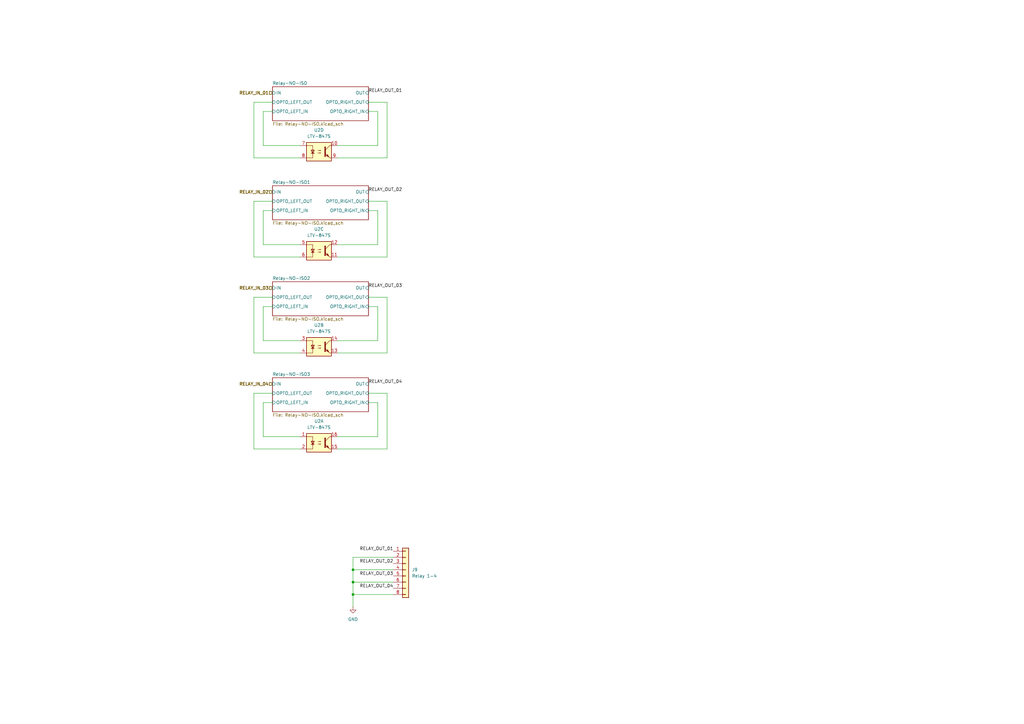
<source format=kicad_sch>
(kicad_sch (version 20231120) (generator "eeschema") (generator_version "8.0")
  (paper "A3")
  (lib_symbols
    (symbol "Connector_Generic:Conn_01x08" (pin_names (offset 1.016) hide)
      (property "Reference" "J" (at 0 10.16 0))
      (property "Value" "Conn_01x08" (at 0 -12.7 0))
      (symbol "Conn_01x08_1_1"
        (rectangle (start -1.27 -10.033) (end 0 -10.287) (stroke (width 0.1524)))
        (rectangle (start -1.27 -7.493) (end 0 -7.747) (stroke (width 0.1524)))
        (rectangle (start -1.27 -4.953) (end 0 -5.207) (stroke (width 0.1524)))
        (rectangle (start -1.27 -2.413) (end 0 -2.667) (stroke (width 0.1524)))
        (rectangle (start -1.27 0.127) (end 0 -0.127) (stroke (width 0.1524)))
        (rectangle (start -1.27 2.667) (end 0 2.413) (stroke (width 0.1524)))
        (rectangle (start -1.27 5.207) (end 0 4.953) (stroke (width 0.1524)))
        (rectangle (start -1.27 7.747) (end 0 7.493) (stroke (width 0.1524)))
        (rectangle (start -1.27 8.89) (end 1.27 -11.43) (stroke (width 0.254)) (fill (type background)))
        (pin passive line (at -5.08 7.62 0) (length 3.81) (name "Pin_1") (number "1"))
        (pin passive line (at -5.08 5.08 0) (length 3.81) (name "Pin_2") (number "2"))
        (pin passive line (at -5.08 2.54 0) (length 3.81) (name "Pin_3") (number "3"))
        (pin passive line (at -5.08 0 0) (length 3.81) (name "Pin_4") (number "4"))
        (pin passive line (at -5.08 -2.54 0) (length 3.81) (name "Pin_5") (number "5"))
        (pin passive line (at -5.08 -5.08 0) (length 3.81) (name "Pin_6") (number "6"))
        (pin passive line (at -5.08 -7.62 0) (length 3.81) (name "Pin_7") (number "7"))
        (pin passive line (at -5.08 -10.16 0) (length 3.81) (name "Pin_8") (number "8"))
      )
    )
    (symbol "Isolator:LTV-847S" (pin_names (offset 1.016))
      (property "Reference" "U" (at -3.81 5.08 0))
      (property "Value" "LTV-847S" (at 0 -5.08 0))
      (symbol "LTV-847S_0_1"
        (rectangle (start -5.08 3.81) (end 5.08 -3.81) (stroke (width 0.254)) (fill (type background)))
        (polyline (pts (xy -3.175 -0.635) (xy -1.905 -0.635)) (stroke (width 0.254)))
        (polyline (pts (xy 2.54 0.635) (xy 4.445 2.54)))
        (polyline (pts (xy 4.445 -2.54) (xy 2.54 -0.635)) (fill (type outline)))
        (polyline (pts (xy 4.445 -2.54) (xy 5.08 -2.54)))
        (polyline (pts (xy 4.445 2.54) (xy 5.08 2.54)))
        (polyline (pts (xy -2.54 -0.635) (xy -2.54 -2.54) (xy -5.08 -2.54)))
        (polyline (pts (xy 2.54 1.905) (xy 2.54 -1.905) (xy 2.54 -1.905)) (stroke (width 0.508)))
        (polyline (pts (xy -5.08 2.54) (xy -2.54 2.54) (xy -2.54 -1.27) (xy -2.54 0.635)))
        (polyline (pts (xy -2.54 -0.635) (xy -3.175 0.635) (xy -1.905 0.635) (xy -2.54 -0.635)) (stroke (width 0.254)))
        (polyline (pts (xy -0.508 -0.508) (xy 0.762 -0.508) (xy 0.381 -0.635) (xy 0.381 -0.381) (xy 0.762 -0.508)))
        (polyline (pts (xy -0.508 0.508) (xy 0.762 0.508) (xy 0.381 0.381) (xy 0.381 0.635) (xy 0.762 0.508)))
        (polyline (pts (xy 3.048 -1.651) (xy 3.556 -1.143) (xy 4.064 -2.159) (xy 3.048 -1.651) (xy 3.048 -1.651)) (fill (type outline)))
      )
      (symbol "LTV-847S_1_1"
        (pin passive line (at -7.62 2.54 0) (length 2.54) (name "~") (number "1"))
        (pin passive line (at 7.62 -2.54 180) (length 2.54) (name "~") (number "15"))
        (pin passive line (at 7.62 2.54 180) (length 2.54) (name "~") (number "16"))
        (pin passive line (at -7.62 -2.54 0) (length 2.54) (name "~") (number "2"))
      )
      (symbol "LTV-847S_2_1"
        (pin passive line (at 7.62 -2.54 180) (length 2.54) (name "~") (number "13"))
        (pin passive line (at 7.62 2.54 180) (length 2.54) (name "~") (number "14"))
        (pin passive line (at -7.62 2.54 0) (length 2.54) (name "~") (number "3"))
        (pin passive line (at -7.62 -2.54 0) (length 2.54) (name "~") (number "4"))
      )
      (symbol "LTV-847S_3_1"
        (pin passive line (at 7.62 -2.54 180) (length 2.54) (name "~") (number "11"))
        (pin passive line (at 7.62 2.54 180) (length 2.54) (name "~") (number "12"))
        (pin passive line (at -7.62 2.54 0) (length 2.54) (name "~") (number "5"))
        (pin passive line (at -7.62 -2.54 0) (length 2.54) (name "~") (number "6"))
      )
      (symbol "LTV-847S_4_1"
        (pin passive line (at 7.62 2.54 180) (length 2.54) (name "~") (number "10"))
        (pin passive line (at -7.62 2.54 0) (length 2.54) (name "~") (number "7"))
        (pin passive line (at -7.62 -2.54 0) (length 2.54) (name "~") (number "8"))
        (pin passive line (at 7.62 -2.54 180) (length 2.54) (name "~") (number "9"))
      )
    )
    (symbol "power:GND" (power) (pin_numbers hide) (pin_names (offset 0) hide)
      (property "Value" "GND" (at 0 -3.81 0))
      (symbol "GND_0_1"
        (polyline (pts (xy 0 0) (xy 0 -1.27) (xy 1.27 -1.27) (xy 0 -2.54) (xy -1.27 -1.27) (xy 0 -1.27)))
      )
      (symbol "GND_1_1"
        (pin power_in line (at 0 0 270) (length 0) (name "~") (number "1"))
      )
    )
  )
  (junction (at 144.78 233.68))
  (junction (at 144.78 238.76))
  (junction (at 144.78 243.84))
  (wire (pts (xy 151.13 161.29) (xy 158.75 161.29)))
  (wire (pts (xy 104.14 64.77) (xy 123.19 64.77)))
  (wire (pts (xy 138.43 100.33) (xy 154.94 100.33)))
  (wire (pts (xy 158.75 144.78) (xy 138.43 144.78)))
  (wire (pts (xy 111.76 161.29) (xy 104.14 161.29)))
  (wire (pts (xy 138.43 179.07) (xy 154.94 179.07)))
  (wire (pts (xy 158.75 161.29) (xy 158.75 184.15)))
  (wire (pts (xy 107.95 86.36) (xy 107.95 100.33)))
  (wire (pts (xy 154.94 139.7) (xy 154.94 125.73)))
  (wire (pts (xy 151.13 41.91) (xy 158.75 41.91)))
  (wire (pts (xy 151.13 82.55) (xy 158.75 82.55)))
  (wire (pts (xy 158.75 64.77) (xy 138.43 64.77)))
  (wire (pts (xy 107.95 139.7) (xy 123.19 139.7)))
  (wire (pts (xy 144.78 238.76) (xy 161.29 238.76)))
  (wire (pts (xy 104.14 184.15) (xy 123.19 184.15)))
  (wire (pts (xy 104.14 82.55) (xy 104.14 105.41)))
  (wire (pts (xy 104.14 41.91) (xy 104.14 64.77)))
  (wire (pts (xy 144.78 228.6) (xy 144.78 233.68)))
  (wire (pts (xy 111.76 41.91) (xy 104.14 41.91)))
  (wire (pts (xy 111.76 125.73) (xy 107.95 125.73)))
  (wire (pts (xy 144.78 233.68) (xy 161.29 233.68)))
  (wire (pts (xy 138.43 139.7) (xy 154.94 139.7)))
  (wire (pts (xy 104.14 121.92) (xy 104.14 144.78)))
  (wire (pts (xy 161.29 228.6) (xy 144.78 228.6)))
  (wire (pts (xy 138.43 59.69) (xy 154.94 59.69)))
  (wire (pts (xy 107.95 45.72) (xy 107.95 59.69)))
  (wire (pts (xy 154.94 179.07) (xy 154.94 165.1)))
  (wire (pts (xy 104.14 161.29) (xy 104.14 184.15)))
  (wire (pts (xy 111.76 165.1) (xy 107.95 165.1)))
  (wire (pts (xy 144.78 238.76) (xy 144.78 243.84)))
  (wire (pts (xy 104.14 105.41) (xy 123.19 105.41)))
  (wire (pts (xy 154.94 59.69) (xy 154.94 45.72)))
  (wire (pts (xy 154.94 45.72) (xy 151.13 45.72)))
  (wire (pts (xy 158.75 82.55) (xy 158.75 105.41)))
  (wire (pts (xy 144.78 233.68) (xy 144.78 238.76)))
  (wire (pts (xy 107.95 179.07) (xy 123.19 179.07)))
  (wire (pts (xy 144.78 243.84) (xy 161.29 243.84)))
  (wire (pts (xy 144.78 243.84) (xy 144.78 248.92)))
  (wire (pts (xy 154.94 100.33) (xy 154.94 86.36)))
  (wire (pts (xy 158.75 121.92) (xy 158.75 144.78)))
  (wire (pts (xy 151.13 121.92) (xy 158.75 121.92)))
  (wire (pts (xy 107.95 165.1) (xy 107.95 179.07)))
  (wire (pts (xy 111.76 82.55) (xy 104.14 82.55)))
  (wire (pts (xy 107.95 125.73) (xy 107.95 139.7)))
  (wire (pts (xy 158.75 41.91) (xy 158.75 64.77)))
  (wire (pts (xy 154.94 86.36) (xy 151.13 86.36)))
  (wire (pts (xy 111.76 121.92) (xy 104.14 121.92)))
  (wire (pts (xy 154.94 125.73) (xy 151.13 125.73)))
  (wire (pts (xy 107.95 100.33) (xy 123.19 100.33)))
  (wire (pts (xy 158.75 184.15) (xy 138.43 184.15)))
  (wire (pts (xy 154.94 165.1) (xy 151.13 165.1)))
  (wire (pts (xy 111.76 45.72) (xy 107.95 45.72)))
  (wire (pts (xy 104.14 144.78) (xy 123.19 144.78)))
  (wire (pts (xy 107.95 59.69) (xy 123.19 59.69)))
  (wire (pts (xy 111.76 86.36) (xy 107.95 86.36)))
  (wire (pts (xy 158.75 105.41) (xy 138.43 105.41)))
  (label "RELAY_OUT_02" (at 151.13 78.74 0))
  (label "RELAY_OUT_01" (at 151.13 38.1 0))
  (label "RELAY_OUT_04" (at 161.29 241.3 180))
  (label "RELAY_OUT_02" (at 161.29 231.14 180))
  (label "RELAY_OUT_03" (at 151.13 118.11 0))
  (label "RELAY_OUT_01" (at 161.29 226.06 180))
  (label "RELAY_OUT_03" (at 161.29 236.22 180))
  (label "RELAY_OUT_04" (at 151.13 157.48 0))
  (hierarchical_label "RELAY_IN_04" (shape input) (at 111.76 157.48 180) (effects (font (bold yes))))
  (hierarchical_label "RELAY_IN_01" (shape input) (at 111.76 38.1 180) (effects (font (bold yes))))
  (hierarchical_label "RELAY_IN_02" (shape input) (at 111.76 78.74 180) (effects (font (bold yes))))
  (hierarchical_label "RELAY_IN_03" (shape input) (at 111.76 118.11 180) (effects (font (bold yes))))
  (symbol (lib_id "Isolator:LTV-847S") (at 130.81 102.87 0) (unit 3)
    (property "Reference" "U2" (at 130.81 93.98 0))
    (property "Value" "LTV-847S" (at 130.81 96.52 0))
    (property "Footprint" "Package_DIP:SMDIP-16_W9.53mm" (effects (hide yes)))
    (property "Datasheet" "http://www.us.liteon.com/downloads/LTV-817-827-847.PDF" (effects (hide yes)))
    (property "Description" "DC Optocoupler, Vce 35V, CTR 50%, SMDIP-16" (effects (hide yes)))
    (instances (project "RS232-Relay" (path "" (reference "U2") (unit 3)) (path "" (reference "U5") (unit 3)) (path "" (reference "U6") (unit 3))))
  )
  (symbol (lib_id "Isolator:LTV-847S") (at 130.81 62.23 0) (unit 4)
    (property "Reference" "U2" (at 130.81 53.34 0))
    (property "Value" "LTV-847S" (at 130.81 55.88 0))
    (property "Footprint" "Package_DIP:SMDIP-16_W9.53mm" (effects (hide yes)))
    (property "Datasheet" "http://www.us.liteon.com/downloads/LTV-817-827-847.PDF" (effects (hide yes)))
    (property "Description" "DC Optocoupler, Vce 35V, CTR 50%, SMDIP-16" (effects (hide yes)))
    (instances (project "RS232-Relay" (path "" (reference "U2") (unit 4)) (path "" (reference "U5") (unit 4)) (path "" (reference "U6") (unit 4))))
  )
  (symbol (lib_id "Connector_Generic:Conn_01x08") (at 166.37 233.68 0) (unit 1)
    (property "Reference" "J9" (at 168.91 233.6799 0) (effects (justify left)))
    (property "Value" "Relay 1-4" (at 168.91 236.2199 0) (effects (justify left)))
    (property "Footprint" "Connector_Phoenix_MSTB:PhoenixContact_MSTBA_2,5_8-G-5,08_1x08_P5.08mm_Horizontal" (effects (hide yes)))
    (property "Description" "Generic connector, single row, 01x08, script generated (kicad-library-utils/schlib/autogen/connector/)" (effects (hide yes)))
    (property "Man PN" "1757307" (effects (hide yes)))
    (instances (project "RS232-Relay" (path "" (reference "J9") (unit 1)) (path "" (reference "J10") (unit 1)) (path "" (reference "J11") (unit 1))))
  )
  (symbol (lib_id "power:GND") (at 144.78 248.92 0) (unit 1)
    (property "Reference" "#PWR066" (effects (hide yes)))
    (property "Value" "GND" (at 144.78 254 0))
    (property "Description" "Power symbol creates a global label with name \"GND\" , ground" (effects (hide yes)))
    (instances (project "RS232-Relay" (path "" (reference "#PWR066") (unit 1)) (path "" (reference "#PWR067") (unit 1)) (path "" (reference "#PWR068") (unit 1))))
  )
  (symbol (lib_id "Isolator:LTV-847S") (at 130.81 181.61 0) (unit 1)
    (property "Reference" "U2" (at 130.81 172.72 0))
    (property "Value" "LTV-847S" (at 130.81 175.26 0))
    (property "Footprint" "Package_DIP:SMDIP-16_W9.53mm" (effects (hide yes)))
    (property "Datasheet" "http://www.us.liteon.com/downloads/LTV-817-827-847.PDF" (effects (hide yes)))
    (property "Description" "DC Optocoupler, Vce 35V, CTR 50%, SMDIP-16" (effects (hide yes)))
    (instances (project "RS232-Relay" (path "" (reference "U2") (unit 1)) (path "" (reference "U5") (unit 1)) (path "" (reference "U6") (unit 1))))
  )
  (symbol (lib_id "Isolator:LTV-847S") (at 130.81 142.24 0) (unit 2)
    (property "Reference" "U2" (at 130.81 133.35 0))
    (property "Value" "LTV-847S" (at 130.81 135.89 0))
    (property "Footprint" "Package_DIP:SMDIP-16_W9.53mm" (effects (hide yes)))
    (property "Datasheet" "http://www.us.liteon.com/downloads/LTV-817-827-847.PDF" (effects (hide yes)))
    (property "Description" "DC Optocoupler, Vce 35V, CTR 50%, SMDIP-16" (effects (hide yes)))
    (instances (project "RS232-Relay" (path "" (reference "U2") (unit 2)) (path "" (reference "U5") (unit 2)) (path "" (reference "U6") (unit 2))))
  )
  (sheet (at 111.76 115.57) (size 39.37 13.97) (stroke (width 0.1524))
    (property "Sheetname" "Relay-NO-ISO2" (at 111.76 114.8584 0) (effects (justify left bottom)))
    (property "Sheetfile" "Relay-NO-ISO.kicad_sch" (at 111.76 130.1246 0) (effects (justify left top)))
    (pin "OUT" input (at 151.13 118.11 0))
    (pin "IN" input (at 111.76 118.11 180))
    (pin "OPTO_RIGHT_OUT" input (at 151.13 121.92 0))
    (pin "OPTO_RIGHT_IN" input (at 151.13 125.73 0))
    (pin "OPTO_LEFT_IN" input (at 111.76 125.73 180))
    (pin "OPTO_LEFT_OUT" input (at 111.76 121.92 180))
  )
  (sheet (at 111.76 76.2) (size 39.37 13.97) (stroke (width 0.1524))
    (property "Sheetname" "Relay-NO-ISO1" (at 111.76 75.4884 0) (effects (justify left bottom)))
    (property "Sheetfile" "Relay-NO-ISO.kicad_sch" (at 111.76 90.7546 0) (effects (justify left top)))
    (pin "OUT" input (at 151.13 78.74 0))
    (pin "IN" input (at 111.76 78.74 180))
    (pin "OPTO_RIGHT_OUT" input (at 151.13 82.55 0))
    (pin "OPTO_RIGHT_IN" input (at 151.13 86.36 0))
    (pin "OPTO_LEFT_IN" input (at 111.76 86.36 180))
    (pin "OPTO_LEFT_OUT" input (at 111.76 82.55 180))
  )
  (sheet (at 111.76 154.94) (size 39.37 13.97) (stroke (width 0.1524))
    (property "Sheetname" "Relay-NO-ISO3" (at 111.76 154.2284 0) (effects (justify left bottom)))
    (property "Sheetfile" "Relay-NO-ISO.kicad_sch" (at 111.76 169.4946 0) (effects (justify left top)))
    (pin "OUT" input (at 151.13 157.48 0))
    (pin "IN" input (at 111.76 157.48 180))
    (pin "OPTO_RIGHT_OUT" input (at 151.13 161.29 0))
    (pin "OPTO_RIGHT_IN" input (at 151.13 165.1 0))
    (pin "OPTO_LEFT_IN" input (at 111.76 165.1 180))
    (pin "OPTO_LEFT_OUT" input (at 111.76 161.29 180))
  )
  (sheet (at 111.76 35.56) (size 39.37 13.97) (stroke (width 0.1524))
    (property "Sheetname" "Relay-NO-ISO" (at 111.76 34.8484 0) (effects (justify left bottom)))
    (property "Sheetfile" "Relay-NO-ISO.kicad_sch" (at 111.76 50.1146 0) (effects (justify left top)))
    (pin "OUT" input (at 151.13 38.1 0))
    (pin "IN" input (at 111.76 38.1 180))
    (pin "OPTO_RIGHT_OUT" input (at 151.13 41.91 0))
    (pin "OPTO_RIGHT_IN" input (at 151.13 45.72 0))
    (pin "OPTO_LEFT_IN" input (at 111.76 45.72 180))
    (pin "OPTO_LEFT_OUT" input (at 111.76 41.91 180))
  )
)
</source>
